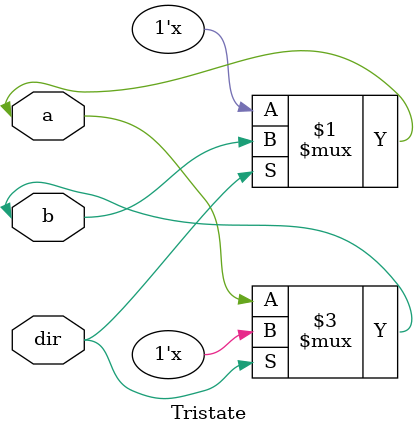
<source format=v>
/***********************************************************************************************************************
 * Copyright (C) 2016 Andrew Zonenberg and contributors                                                                *
 *                                                                                                                     *
 * This program is free software; you can redistribute it and/or modify it under the terms of the GNU Lesser General   *
 * Public License as published by the Free Software Foundation; either version 2.1 of the License, or (at your option) *
 * any later version.                                                                                                  *
 *                                                                                                                     *
 * This program is distributed in the hope that it will be useful, but WITHOUT ANY WARRANTY; without even the implied  *
 * warranty of MERCHANTABILITY or FITNESS FOR A PARTICULAR PURPOSE.  See the GNU Lesser General Public License for     *
 * more details.                                                                                                       *
 *                                                                                                                     *
 * You should have received a copy of the GNU Lesser General Public License along with this program; if not, you may   *
 * find one here:                                                                                                      *
 * https://www.gnu.org/licenses/old-licenses/lgpl-2.1.txt                                                              *
 * or you may search the http://www.gnu.org website for the version 2.1 license, or you may write to the Free Software *
 * Foundation, Inc., 51 Franklin Street, Fifth Floor, Boston, MA  02110-1301, USA                                      *
 **********************************************************************************************************************/

`default_nettype none

module Tristate(a, b, dir);

	////////////////////////////////////////////////////////////////////////////////////////////////////////////////////
	// I/O declarations
		
	(* LOC = "P19" *)
	(* PULLDOWN = "10k" *)
	inout wire a;
	
	(* LOC = "P18" *)
	(* PULLDOWN = "10k" *)
	inout wire b;
	
	(* LOC = "P15" *)
	(* PULLDOWN = "10k" *)
	input wire dir;
	
	////////////////////////////////////////////////////////////////////////////////////////////////////////////////////
	// Tristate stuff
	
	assign a = dir ? b : 1'bz;
	assign b = ~dir ? a : 1'bz;

endmodule

</source>
